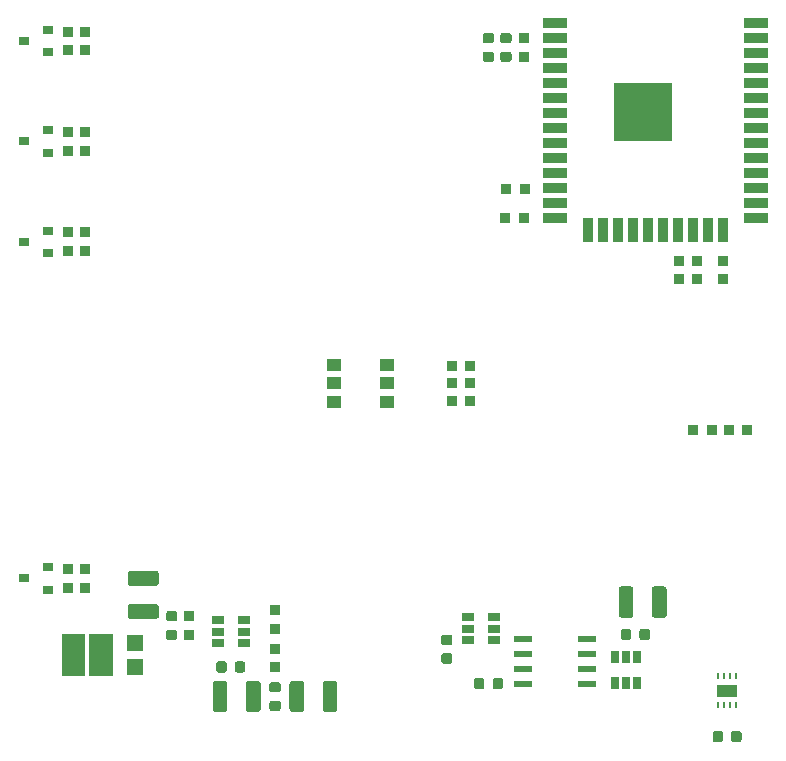
<source format=gbr>
G04 #@! TF.GenerationSoftware,KiCad,Pcbnew,5.0.2-bee76a0~70~ubuntu18.04.1*
G04 #@! TF.CreationDate,2019-07-19T10:36:36+02:00*
G04 #@! TF.ProjectId,SmartHydroponics,536d6172-7448-4796-9472-6f706f6e6963,rev?*
G04 #@! TF.SameCoordinates,Original*
G04 #@! TF.FileFunction,Paste,Top*
G04 #@! TF.FilePolarity,Positive*
%FSLAX46Y46*%
G04 Gerber Fmt 4.6, Leading zero omitted, Abs format (unit mm)*
G04 Created by KiCad (PCBNEW 5.0.2-bee76a0~70~ubuntu18.04.1) date Fri 19 Jul 2019 10:36:36 CEST*
%MOMM*%
%LPD*%
G01*
G04 APERTURE LIST*
%ADD10C,0.100000*%
%ADD11R,5.000000X5.000000*%
%ADD12R,2.000000X0.900000*%
%ADD13R,0.900000X2.000000*%
%ADD14R,0.875000X0.950000*%
%ADD15C,0.875000*%
%ADD16C,1.250000*%
%ADD17R,1.550000X0.600000*%
%ADD18R,1.060000X0.650000*%
%ADD19R,0.650000X1.060000*%
%ADD20R,1.450000X1.450000*%
%ADD21R,0.950000X0.875000*%
%ADD22R,1.200000X1.000000*%
%ADD23R,0.900000X0.800000*%
%ADD24R,0.250000X0.600000*%
%ADD25R,1.700000X1.000000*%
G04 APERTURE END LIST*
D10*
G04 #@! TO.C,D1*
G36*
X199000000Y-131200000D02*
X197000000Y-131200000D01*
X197000000Y-134800000D01*
X199000000Y-134800000D01*
X199000000Y-131200000D01*
G37*
G36*
X196700000Y-131200000D02*
X194700000Y-131200000D01*
X194700000Y-134800000D01*
X196700000Y-134800000D01*
X196700000Y-131200000D01*
G37*
G04 #@! TD*
D11*
G04 #@! TO.C,U1*
X243930000Y-86980000D03*
D12*
X253445000Y-79495000D03*
X253445000Y-80765000D03*
X253445000Y-82035000D03*
X253445000Y-83305000D03*
X253445000Y-84575000D03*
X253445000Y-85845000D03*
X253445000Y-87115000D03*
X253445000Y-88385000D03*
X253445000Y-89655000D03*
X253445000Y-90925000D03*
X253445000Y-92195000D03*
X253445000Y-93465000D03*
X253445000Y-94735000D03*
X253445000Y-96005000D03*
D13*
X250660000Y-97005000D03*
X249390000Y-97005000D03*
X248120000Y-97005000D03*
X246850000Y-97005000D03*
X245580000Y-97005000D03*
X244310000Y-97005000D03*
X243040000Y-97005000D03*
X241770000Y-97005000D03*
X240500000Y-97005000D03*
X239230000Y-97005000D03*
D12*
X236445000Y-96005000D03*
X236445000Y-94735000D03*
X236445000Y-93465000D03*
X236445000Y-92195000D03*
X236445000Y-90925000D03*
X236445000Y-89655000D03*
X236445000Y-88385000D03*
X236445000Y-87115000D03*
X236445000Y-85845000D03*
X236445000Y-84575000D03*
X236445000Y-83305000D03*
X236445000Y-82035000D03*
X236445000Y-80765000D03*
X236445000Y-79495000D03*
G04 #@! TD*
D14*
G04 #@! TO.C,R1*
X233887500Y-93500000D03*
X232312500Y-93500000D03*
G04 #@! TD*
D10*
G04 #@! TO.C,C71*
G36*
X227577691Y-132851053D02*
X227598926Y-132854203D01*
X227619750Y-132859419D01*
X227639962Y-132866651D01*
X227659368Y-132875830D01*
X227677781Y-132886866D01*
X227695024Y-132899654D01*
X227710930Y-132914070D01*
X227725346Y-132929976D01*
X227738134Y-132947219D01*
X227749170Y-132965632D01*
X227758349Y-132985038D01*
X227765581Y-133005250D01*
X227770797Y-133026074D01*
X227773947Y-133047309D01*
X227775000Y-133068750D01*
X227775000Y-133506250D01*
X227773947Y-133527691D01*
X227770797Y-133548926D01*
X227765581Y-133569750D01*
X227758349Y-133589962D01*
X227749170Y-133609368D01*
X227738134Y-133627781D01*
X227725346Y-133645024D01*
X227710930Y-133660930D01*
X227695024Y-133675346D01*
X227677781Y-133688134D01*
X227659368Y-133699170D01*
X227639962Y-133708349D01*
X227619750Y-133715581D01*
X227598926Y-133720797D01*
X227577691Y-133723947D01*
X227556250Y-133725000D01*
X227043750Y-133725000D01*
X227022309Y-133723947D01*
X227001074Y-133720797D01*
X226980250Y-133715581D01*
X226960038Y-133708349D01*
X226940632Y-133699170D01*
X226922219Y-133688134D01*
X226904976Y-133675346D01*
X226889070Y-133660930D01*
X226874654Y-133645024D01*
X226861866Y-133627781D01*
X226850830Y-133609368D01*
X226841651Y-133589962D01*
X226834419Y-133569750D01*
X226829203Y-133548926D01*
X226826053Y-133527691D01*
X226825000Y-133506250D01*
X226825000Y-133068750D01*
X226826053Y-133047309D01*
X226829203Y-133026074D01*
X226834419Y-133005250D01*
X226841651Y-132985038D01*
X226850830Y-132965632D01*
X226861866Y-132947219D01*
X226874654Y-132929976D01*
X226889070Y-132914070D01*
X226904976Y-132899654D01*
X226922219Y-132886866D01*
X226940632Y-132875830D01*
X226960038Y-132866651D01*
X226980250Y-132859419D01*
X227001074Y-132854203D01*
X227022309Y-132851053D01*
X227043750Y-132850000D01*
X227556250Y-132850000D01*
X227577691Y-132851053D01*
X227577691Y-132851053D01*
G37*
D15*
X227300000Y-133287500D03*
D10*
G36*
X227577691Y-131276053D02*
X227598926Y-131279203D01*
X227619750Y-131284419D01*
X227639962Y-131291651D01*
X227659368Y-131300830D01*
X227677781Y-131311866D01*
X227695024Y-131324654D01*
X227710930Y-131339070D01*
X227725346Y-131354976D01*
X227738134Y-131372219D01*
X227749170Y-131390632D01*
X227758349Y-131410038D01*
X227765581Y-131430250D01*
X227770797Y-131451074D01*
X227773947Y-131472309D01*
X227775000Y-131493750D01*
X227775000Y-131931250D01*
X227773947Y-131952691D01*
X227770797Y-131973926D01*
X227765581Y-131994750D01*
X227758349Y-132014962D01*
X227749170Y-132034368D01*
X227738134Y-132052781D01*
X227725346Y-132070024D01*
X227710930Y-132085930D01*
X227695024Y-132100346D01*
X227677781Y-132113134D01*
X227659368Y-132124170D01*
X227639962Y-132133349D01*
X227619750Y-132140581D01*
X227598926Y-132145797D01*
X227577691Y-132148947D01*
X227556250Y-132150000D01*
X227043750Y-132150000D01*
X227022309Y-132148947D01*
X227001074Y-132145797D01*
X226980250Y-132140581D01*
X226960038Y-132133349D01*
X226940632Y-132124170D01*
X226922219Y-132113134D01*
X226904976Y-132100346D01*
X226889070Y-132085930D01*
X226874654Y-132070024D01*
X226861866Y-132052781D01*
X226850830Y-132034368D01*
X226841651Y-132014962D01*
X226834419Y-131994750D01*
X226829203Y-131973926D01*
X226826053Y-131952691D01*
X226825000Y-131931250D01*
X226825000Y-131493750D01*
X226826053Y-131472309D01*
X226829203Y-131451074D01*
X226834419Y-131430250D01*
X226841651Y-131410038D01*
X226850830Y-131390632D01*
X226861866Y-131372219D01*
X226874654Y-131354976D01*
X226889070Y-131339070D01*
X226904976Y-131324654D01*
X226922219Y-131311866D01*
X226940632Y-131300830D01*
X226960038Y-131291651D01*
X226980250Y-131284419D01*
X227001074Y-131279203D01*
X227022309Y-131276053D01*
X227043750Y-131275000D01*
X227556250Y-131275000D01*
X227577691Y-131276053D01*
X227577691Y-131276053D01*
G37*
D15*
X227300000Y-131712500D03*
G04 #@! TD*
D10*
G04 #@! TO.C,C62*
G36*
X242702691Y-130776053D02*
X242723926Y-130779203D01*
X242744750Y-130784419D01*
X242764962Y-130791651D01*
X242784368Y-130800830D01*
X242802781Y-130811866D01*
X242820024Y-130824654D01*
X242835930Y-130839070D01*
X242850346Y-130854976D01*
X242863134Y-130872219D01*
X242874170Y-130890632D01*
X242883349Y-130910038D01*
X242890581Y-130930250D01*
X242895797Y-130951074D01*
X242898947Y-130972309D01*
X242900000Y-130993750D01*
X242900000Y-131506250D01*
X242898947Y-131527691D01*
X242895797Y-131548926D01*
X242890581Y-131569750D01*
X242883349Y-131589962D01*
X242874170Y-131609368D01*
X242863134Y-131627781D01*
X242850346Y-131645024D01*
X242835930Y-131660930D01*
X242820024Y-131675346D01*
X242802781Y-131688134D01*
X242784368Y-131699170D01*
X242764962Y-131708349D01*
X242744750Y-131715581D01*
X242723926Y-131720797D01*
X242702691Y-131723947D01*
X242681250Y-131725000D01*
X242243750Y-131725000D01*
X242222309Y-131723947D01*
X242201074Y-131720797D01*
X242180250Y-131715581D01*
X242160038Y-131708349D01*
X242140632Y-131699170D01*
X242122219Y-131688134D01*
X242104976Y-131675346D01*
X242089070Y-131660930D01*
X242074654Y-131645024D01*
X242061866Y-131627781D01*
X242050830Y-131609368D01*
X242041651Y-131589962D01*
X242034419Y-131569750D01*
X242029203Y-131548926D01*
X242026053Y-131527691D01*
X242025000Y-131506250D01*
X242025000Y-130993750D01*
X242026053Y-130972309D01*
X242029203Y-130951074D01*
X242034419Y-130930250D01*
X242041651Y-130910038D01*
X242050830Y-130890632D01*
X242061866Y-130872219D01*
X242074654Y-130854976D01*
X242089070Y-130839070D01*
X242104976Y-130824654D01*
X242122219Y-130811866D01*
X242140632Y-130800830D01*
X242160038Y-130791651D01*
X242180250Y-130784419D01*
X242201074Y-130779203D01*
X242222309Y-130776053D01*
X242243750Y-130775000D01*
X242681250Y-130775000D01*
X242702691Y-130776053D01*
X242702691Y-130776053D01*
G37*
D15*
X242462500Y-131250000D03*
D10*
G36*
X244277691Y-130776053D02*
X244298926Y-130779203D01*
X244319750Y-130784419D01*
X244339962Y-130791651D01*
X244359368Y-130800830D01*
X244377781Y-130811866D01*
X244395024Y-130824654D01*
X244410930Y-130839070D01*
X244425346Y-130854976D01*
X244438134Y-130872219D01*
X244449170Y-130890632D01*
X244458349Y-130910038D01*
X244465581Y-130930250D01*
X244470797Y-130951074D01*
X244473947Y-130972309D01*
X244475000Y-130993750D01*
X244475000Y-131506250D01*
X244473947Y-131527691D01*
X244470797Y-131548926D01*
X244465581Y-131569750D01*
X244458349Y-131589962D01*
X244449170Y-131609368D01*
X244438134Y-131627781D01*
X244425346Y-131645024D01*
X244410930Y-131660930D01*
X244395024Y-131675346D01*
X244377781Y-131688134D01*
X244359368Y-131699170D01*
X244339962Y-131708349D01*
X244319750Y-131715581D01*
X244298926Y-131720797D01*
X244277691Y-131723947D01*
X244256250Y-131725000D01*
X243818750Y-131725000D01*
X243797309Y-131723947D01*
X243776074Y-131720797D01*
X243755250Y-131715581D01*
X243735038Y-131708349D01*
X243715632Y-131699170D01*
X243697219Y-131688134D01*
X243679976Y-131675346D01*
X243664070Y-131660930D01*
X243649654Y-131645024D01*
X243636866Y-131627781D01*
X243625830Y-131609368D01*
X243616651Y-131589962D01*
X243609419Y-131569750D01*
X243604203Y-131548926D01*
X243601053Y-131527691D01*
X243600000Y-131506250D01*
X243600000Y-130993750D01*
X243601053Y-130972309D01*
X243604203Y-130951074D01*
X243609419Y-130930250D01*
X243616651Y-130910038D01*
X243625830Y-130890632D01*
X243636866Y-130872219D01*
X243649654Y-130854976D01*
X243664070Y-130839070D01*
X243679976Y-130824654D01*
X243697219Y-130811866D01*
X243715632Y-130800830D01*
X243735038Y-130791651D01*
X243755250Y-130784419D01*
X243776074Y-130779203D01*
X243797309Y-130776053D01*
X243818750Y-130775000D01*
X244256250Y-130775000D01*
X244277691Y-130776053D01*
X244277691Y-130776053D01*
G37*
D15*
X244037500Y-131250000D03*
G04 #@! TD*
D10*
G04 #@! TO.C,C51*
G36*
X230277691Y-134951053D02*
X230298926Y-134954203D01*
X230319750Y-134959419D01*
X230339962Y-134966651D01*
X230359368Y-134975830D01*
X230377781Y-134986866D01*
X230395024Y-134999654D01*
X230410930Y-135014070D01*
X230425346Y-135029976D01*
X230438134Y-135047219D01*
X230449170Y-135065632D01*
X230458349Y-135085038D01*
X230465581Y-135105250D01*
X230470797Y-135126074D01*
X230473947Y-135147309D01*
X230475000Y-135168750D01*
X230475000Y-135681250D01*
X230473947Y-135702691D01*
X230470797Y-135723926D01*
X230465581Y-135744750D01*
X230458349Y-135764962D01*
X230449170Y-135784368D01*
X230438134Y-135802781D01*
X230425346Y-135820024D01*
X230410930Y-135835930D01*
X230395024Y-135850346D01*
X230377781Y-135863134D01*
X230359368Y-135874170D01*
X230339962Y-135883349D01*
X230319750Y-135890581D01*
X230298926Y-135895797D01*
X230277691Y-135898947D01*
X230256250Y-135900000D01*
X229818750Y-135900000D01*
X229797309Y-135898947D01*
X229776074Y-135895797D01*
X229755250Y-135890581D01*
X229735038Y-135883349D01*
X229715632Y-135874170D01*
X229697219Y-135863134D01*
X229679976Y-135850346D01*
X229664070Y-135835930D01*
X229649654Y-135820024D01*
X229636866Y-135802781D01*
X229625830Y-135784368D01*
X229616651Y-135764962D01*
X229609419Y-135744750D01*
X229604203Y-135723926D01*
X229601053Y-135702691D01*
X229600000Y-135681250D01*
X229600000Y-135168750D01*
X229601053Y-135147309D01*
X229604203Y-135126074D01*
X229609419Y-135105250D01*
X229616651Y-135085038D01*
X229625830Y-135065632D01*
X229636866Y-135047219D01*
X229649654Y-135029976D01*
X229664070Y-135014070D01*
X229679976Y-134999654D01*
X229697219Y-134986866D01*
X229715632Y-134975830D01*
X229735038Y-134966651D01*
X229755250Y-134959419D01*
X229776074Y-134954203D01*
X229797309Y-134951053D01*
X229818750Y-134950000D01*
X230256250Y-134950000D01*
X230277691Y-134951053D01*
X230277691Y-134951053D01*
G37*
D15*
X230037500Y-135425000D03*
D10*
G36*
X231852691Y-134951053D02*
X231873926Y-134954203D01*
X231894750Y-134959419D01*
X231914962Y-134966651D01*
X231934368Y-134975830D01*
X231952781Y-134986866D01*
X231970024Y-134999654D01*
X231985930Y-135014070D01*
X232000346Y-135029976D01*
X232013134Y-135047219D01*
X232024170Y-135065632D01*
X232033349Y-135085038D01*
X232040581Y-135105250D01*
X232045797Y-135126074D01*
X232048947Y-135147309D01*
X232050000Y-135168750D01*
X232050000Y-135681250D01*
X232048947Y-135702691D01*
X232045797Y-135723926D01*
X232040581Y-135744750D01*
X232033349Y-135764962D01*
X232024170Y-135784368D01*
X232013134Y-135802781D01*
X232000346Y-135820024D01*
X231985930Y-135835930D01*
X231970024Y-135850346D01*
X231952781Y-135863134D01*
X231934368Y-135874170D01*
X231914962Y-135883349D01*
X231894750Y-135890581D01*
X231873926Y-135895797D01*
X231852691Y-135898947D01*
X231831250Y-135900000D01*
X231393750Y-135900000D01*
X231372309Y-135898947D01*
X231351074Y-135895797D01*
X231330250Y-135890581D01*
X231310038Y-135883349D01*
X231290632Y-135874170D01*
X231272219Y-135863134D01*
X231254976Y-135850346D01*
X231239070Y-135835930D01*
X231224654Y-135820024D01*
X231211866Y-135802781D01*
X231200830Y-135784368D01*
X231191651Y-135764962D01*
X231184419Y-135744750D01*
X231179203Y-135723926D01*
X231176053Y-135702691D01*
X231175000Y-135681250D01*
X231175000Y-135168750D01*
X231176053Y-135147309D01*
X231179203Y-135126074D01*
X231184419Y-135105250D01*
X231191651Y-135085038D01*
X231200830Y-135065632D01*
X231211866Y-135047219D01*
X231224654Y-135029976D01*
X231239070Y-135014070D01*
X231254976Y-134999654D01*
X231272219Y-134986866D01*
X231290632Y-134975830D01*
X231310038Y-134966651D01*
X231330250Y-134959419D01*
X231351074Y-134954203D01*
X231372309Y-134951053D01*
X231393750Y-134950000D01*
X231831250Y-134950000D01*
X231852691Y-134951053D01*
X231852691Y-134951053D01*
G37*
D15*
X231612500Y-135425000D03*
G04 #@! TD*
D10*
G04 #@! TO.C,C61*
G36*
X242874504Y-127176204D02*
X242898773Y-127179804D01*
X242922571Y-127185765D01*
X242945671Y-127194030D01*
X242967849Y-127204520D01*
X242988893Y-127217133D01*
X243008598Y-127231747D01*
X243026777Y-127248223D01*
X243043253Y-127266402D01*
X243057867Y-127286107D01*
X243070480Y-127307151D01*
X243080970Y-127329329D01*
X243089235Y-127352429D01*
X243095196Y-127376227D01*
X243098796Y-127400496D01*
X243100000Y-127425000D01*
X243100000Y-129575000D01*
X243098796Y-129599504D01*
X243095196Y-129623773D01*
X243089235Y-129647571D01*
X243080970Y-129670671D01*
X243070480Y-129692849D01*
X243057867Y-129713893D01*
X243043253Y-129733598D01*
X243026777Y-129751777D01*
X243008598Y-129768253D01*
X242988893Y-129782867D01*
X242967849Y-129795480D01*
X242945671Y-129805970D01*
X242922571Y-129814235D01*
X242898773Y-129820196D01*
X242874504Y-129823796D01*
X242850000Y-129825000D01*
X242100000Y-129825000D01*
X242075496Y-129823796D01*
X242051227Y-129820196D01*
X242027429Y-129814235D01*
X242004329Y-129805970D01*
X241982151Y-129795480D01*
X241961107Y-129782867D01*
X241941402Y-129768253D01*
X241923223Y-129751777D01*
X241906747Y-129733598D01*
X241892133Y-129713893D01*
X241879520Y-129692849D01*
X241869030Y-129670671D01*
X241860765Y-129647571D01*
X241854804Y-129623773D01*
X241851204Y-129599504D01*
X241850000Y-129575000D01*
X241850000Y-127425000D01*
X241851204Y-127400496D01*
X241854804Y-127376227D01*
X241860765Y-127352429D01*
X241869030Y-127329329D01*
X241879520Y-127307151D01*
X241892133Y-127286107D01*
X241906747Y-127266402D01*
X241923223Y-127248223D01*
X241941402Y-127231747D01*
X241961107Y-127217133D01*
X241982151Y-127204520D01*
X242004329Y-127194030D01*
X242027429Y-127185765D01*
X242051227Y-127179804D01*
X242075496Y-127176204D01*
X242100000Y-127175000D01*
X242850000Y-127175000D01*
X242874504Y-127176204D01*
X242874504Y-127176204D01*
G37*
D16*
X242475000Y-128500000D03*
D10*
G36*
X245674504Y-127176204D02*
X245698773Y-127179804D01*
X245722571Y-127185765D01*
X245745671Y-127194030D01*
X245767849Y-127204520D01*
X245788893Y-127217133D01*
X245808598Y-127231747D01*
X245826777Y-127248223D01*
X245843253Y-127266402D01*
X245857867Y-127286107D01*
X245870480Y-127307151D01*
X245880970Y-127329329D01*
X245889235Y-127352429D01*
X245895196Y-127376227D01*
X245898796Y-127400496D01*
X245900000Y-127425000D01*
X245900000Y-129575000D01*
X245898796Y-129599504D01*
X245895196Y-129623773D01*
X245889235Y-129647571D01*
X245880970Y-129670671D01*
X245870480Y-129692849D01*
X245857867Y-129713893D01*
X245843253Y-129733598D01*
X245826777Y-129751777D01*
X245808598Y-129768253D01*
X245788893Y-129782867D01*
X245767849Y-129795480D01*
X245745671Y-129805970D01*
X245722571Y-129814235D01*
X245698773Y-129820196D01*
X245674504Y-129823796D01*
X245650000Y-129825000D01*
X244900000Y-129825000D01*
X244875496Y-129823796D01*
X244851227Y-129820196D01*
X244827429Y-129814235D01*
X244804329Y-129805970D01*
X244782151Y-129795480D01*
X244761107Y-129782867D01*
X244741402Y-129768253D01*
X244723223Y-129751777D01*
X244706747Y-129733598D01*
X244692133Y-129713893D01*
X244679520Y-129692849D01*
X244669030Y-129670671D01*
X244660765Y-129647571D01*
X244654804Y-129623773D01*
X244651204Y-129599504D01*
X244650000Y-129575000D01*
X244650000Y-127425000D01*
X244651204Y-127400496D01*
X244654804Y-127376227D01*
X244660765Y-127352429D01*
X244669030Y-127329329D01*
X244679520Y-127307151D01*
X244692133Y-127286107D01*
X244706747Y-127266402D01*
X244723223Y-127248223D01*
X244741402Y-127231747D01*
X244761107Y-127217133D01*
X244782151Y-127204520D01*
X244804329Y-127194030D01*
X244827429Y-127185765D01*
X244851227Y-127179804D01*
X244875496Y-127176204D01*
X244900000Y-127175000D01*
X245650000Y-127175000D01*
X245674504Y-127176204D01*
X245674504Y-127176204D01*
G37*
D16*
X245275000Y-128500000D03*
G04 #@! TD*
D17*
G04 #@! TO.C,U5*
X239150000Y-135405000D03*
X239150000Y-134135000D03*
X239150000Y-132865000D03*
X239150000Y-131595000D03*
X233750000Y-131595000D03*
X233750000Y-132865000D03*
X233750000Y-134135000D03*
X233750000Y-135405000D03*
G04 #@! TD*
D18*
G04 #@! TO.C,U7*
X229100000Y-130750000D03*
X229100000Y-131700000D03*
X229100000Y-129800000D03*
X231300000Y-129800000D03*
X231300000Y-130750000D03*
X231300000Y-131700000D03*
G04 #@! TD*
D19*
G04 #@! TO.C,U6*
X241500000Y-135350000D03*
X242450000Y-135350000D03*
X243400000Y-135350000D03*
X243400000Y-133150000D03*
X241500000Y-133150000D03*
X242450000Y-133150000D03*
G04 #@! TD*
D10*
G04 #@! TO.C,C31*
G36*
X202699504Y-125876204D02*
X202723773Y-125879804D01*
X202747571Y-125885765D01*
X202770671Y-125894030D01*
X202792849Y-125904520D01*
X202813893Y-125917133D01*
X202833598Y-125931747D01*
X202851777Y-125948223D01*
X202868253Y-125966402D01*
X202882867Y-125986107D01*
X202895480Y-126007151D01*
X202905970Y-126029329D01*
X202914235Y-126052429D01*
X202920196Y-126076227D01*
X202923796Y-126100496D01*
X202925000Y-126125000D01*
X202925000Y-126875000D01*
X202923796Y-126899504D01*
X202920196Y-126923773D01*
X202914235Y-126947571D01*
X202905970Y-126970671D01*
X202895480Y-126992849D01*
X202882867Y-127013893D01*
X202868253Y-127033598D01*
X202851777Y-127051777D01*
X202833598Y-127068253D01*
X202813893Y-127082867D01*
X202792849Y-127095480D01*
X202770671Y-127105970D01*
X202747571Y-127114235D01*
X202723773Y-127120196D01*
X202699504Y-127123796D01*
X202675000Y-127125000D01*
X200525000Y-127125000D01*
X200500496Y-127123796D01*
X200476227Y-127120196D01*
X200452429Y-127114235D01*
X200429329Y-127105970D01*
X200407151Y-127095480D01*
X200386107Y-127082867D01*
X200366402Y-127068253D01*
X200348223Y-127051777D01*
X200331747Y-127033598D01*
X200317133Y-127013893D01*
X200304520Y-126992849D01*
X200294030Y-126970671D01*
X200285765Y-126947571D01*
X200279804Y-126923773D01*
X200276204Y-126899504D01*
X200275000Y-126875000D01*
X200275000Y-126125000D01*
X200276204Y-126100496D01*
X200279804Y-126076227D01*
X200285765Y-126052429D01*
X200294030Y-126029329D01*
X200304520Y-126007151D01*
X200317133Y-125986107D01*
X200331747Y-125966402D01*
X200348223Y-125948223D01*
X200366402Y-125931747D01*
X200386107Y-125917133D01*
X200407151Y-125904520D01*
X200429329Y-125894030D01*
X200452429Y-125885765D01*
X200476227Y-125879804D01*
X200500496Y-125876204D01*
X200525000Y-125875000D01*
X202675000Y-125875000D01*
X202699504Y-125876204D01*
X202699504Y-125876204D01*
G37*
D16*
X201600000Y-126500000D03*
D10*
G36*
X202699504Y-128676204D02*
X202723773Y-128679804D01*
X202747571Y-128685765D01*
X202770671Y-128694030D01*
X202792849Y-128704520D01*
X202813893Y-128717133D01*
X202833598Y-128731747D01*
X202851777Y-128748223D01*
X202868253Y-128766402D01*
X202882867Y-128786107D01*
X202895480Y-128807151D01*
X202905970Y-128829329D01*
X202914235Y-128852429D01*
X202920196Y-128876227D01*
X202923796Y-128900496D01*
X202925000Y-128925000D01*
X202925000Y-129675000D01*
X202923796Y-129699504D01*
X202920196Y-129723773D01*
X202914235Y-129747571D01*
X202905970Y-129770671D01*
X202895480Y-129792849D01*
X202882867Y-129813893D01*
X202868253Y-129833598D01*
X202851777Y-129851777D01*
X202833598Y-129868253D01*
X202813893Y-129882867D01*
X202792849Y-129895480D01*
X202770671Y-129905970D01*
X202747571Y-129914235D01*
X202723773Y-129920196D01*
X202699504Y-129923796D01*
X202675000Y-129925000D01*
X200525000Y-129925000D01*
X200500496Y-129923796D01*
X200476227Y-129920196D01*
X200452429Y-129914235D01*
X200429329Y-129905970D01*
X200407151Y-129895480D01*
X200386107Y-129882867D01*
X200366402Y-129868253D01*
X200348223Y-129851777D01*
X200331747Y-129833598D01*
X200317133Y-129813893D01*
X200304520Y-129792849D01*
X200294030Y-129770671D01*
X200285765Y-129747571D01*
X200279804Y-129723773D01*
X200276204Y-129699504D01*
X200275000Y-129675000D01*
X200275000Y-128925000D01*
X200276204Y-128900496D01*
X200279804Y-128876227D01*
X200285765Y-128852429D01*
X200294030Y-128829329D01*
X200304520Y-128807151D01*
X200317133Y-128786107D01*
X200331747Y-128766402D01*
X200348223Y-128748223D01*
X200366402Y-128731747D01*
X200386107Y-128717133D01*
X200407151Y-128704520D01*
X200429329Y-128694030D01*
X200452429Y-128685765D01*
X200476227Y-128679804D01*
X200500496Y-128676204D01*
X200525000Y-128675000D01*
X202675000Y-128675000D01*
X202699504Y-128676204D01*
X202699504Y-128676204D01*
G37*
D16*
X201600000Y-129300000D03*
G04 #@! TD*
D20*
G04 #@! TO.C,D1*
X200900000Y-134000000D03*
X200900000Y-132000000D03*
G04 #@! TD*
D21*
G04 #@! TO.C,R7*
X196700000Y-81787500D03*
X196700000Y-80212500D03*
G04 #@! TD*
G04 #@! TO.C,R25*
X195200000Y-97212500D03*
X195200000Y-98787500D03*
G04 #@! TD*
G04 #@! TO.C,R24*
X195200000Y-90287500D03*
X195200000Y-88712500D03*
G04 #@! TD*
G04 #@! TO.C,R23*
X195200000Y-80212500D03*
X195200000Y-81787500D03*
G04 #@! TD*
G04 #@! TO.C,R19*
X195200000Y-125712500D03*
X195200000Y-127287500D03*
G04 #@! TD*
D22*
G04 #@! TO.C,LD1*
X217750000Y-108400000D03*
X222250000Y-108400000D03*
X217750000Y-110000000D03*
X222250000Y-110000000D03*
X217750000Y-111600000D03*
X222250000Y-111600000D03*
G04 #@! TD*
D14*
G04 #@! TO.C,R113*
X227712500Y-111500000D03*
X229287500Y-111500000D03*
G04 #@! TD*
G04 #@! TO.C,R111*
X229287500Y-108500000D03*
X227712500Y-108500000D03*
G04 #@! TD*
G04 #@! TO.C,R112*
X227712500Y-110000000D03*
X229287500Y-110000000D03*
G04 #@! TD*
D21*
G04 #@! TO.C,R13*
X233800000Y-82337500D03*
X233800000Y-80762500D03*
G04 #@! TD*
G04 #@! TO.C,R17*
X246950000Y-99612500D03*
X246950000Y-101187500D03*
G04 #@! TD*
G04 #@! TO.C,R15*
X248450000Y-99612500D03*
X248450000Y-101187500D03*
G04 #@! TD*
D14*
G04 #@! TO.C,R14*
X233837500Y-96000000D03*
X232262500Y-96000000D03*
G04 #@! TD*
D21*
G04 #@! TO.C,R16*
X250675000Y-101187500D03*
X250675000Y-99612500D03*
G04 #@! TD*
D14*
G04 #@! TO.C,R11*
X252737500Y-113900000D03*
X251162500Y-113900000D03*
G04 #@! TD*
G04 #@! TO.C,R12*
X249737500Y-113900000D03*
X248162500Y-113900000D03*
G04 #@! TD*
D10*
G04 #@! TO.C,C33*
G36*
X214999504Y-135176204D02*
X215023773Y-135179804D01*
X215047571Y-135185765D01*
X215070671Y-135194030D01*
X215092849Y-135204520D01*
X215113893Y-135217133D01*
X215133598Y-135231747D01*
X215151777Y-135248223D01*
X215168253Y-135266402D01*
X215182867Y-135286107D01*
X215195480Y-135307151D01*
X215205970Y-135329329D01*
X215214235Y-135352429D01*
X215220196Y-135376227D01*
X215223796Y-135400496D01*
X215225000Y-135425000D01*
X215225000Y-137575000D01*
X215223796Y-137599504D01*
X215220196Y-137623773D01*
X215214235Y-137647571D01*
X215205970Y-137670671D01*
X215195480Y-137692849D01*
X215182867Y-137713893D01*
X215168253Y-137733598D01*
X215151777Y-137751777D01*
X215133598Y-137768253D01*
X215113893Y-137782867D01*
X215092849Y-137795480D01*
X215070671Y-137805970D01*
X215047571Y-137814235D01*
X215023773Y-137820196D01*
X214999504Y-137823796D01*
X214975000Y-137825000D01*
X214225000Y-137825000D01*
X214200496Y-137823796D01*
X214176227Y-137820196D01*
X214152429Y-137814235D01*
X214129329Y-137805970D01*
X214107151Y-137795480D01*
X214086107Y-137782867D01*
X214066402Y-137768253D01*
X214048223Y-137751777D01*
X214031747Y-137733598D01*
X214017133Y-137713893D01*
X214004520Y-137692849D01*
X213994030Y-137670671D01*
X213985765Y-137647571D01*
X213979804Y-137623773D01*
X213976204Y-137599504D01*
X213975000Y-137575000D01*
X213975000Y-135425000D01*
X213976204Y-135400496D01*
X213979804Y-135376227D01*
X213985765Y-135352429D01*
X213994030Y-135329329D01*
X214004520Y-135307151D01*
X214017133Y-135286107D01*
X214031747Y-135266402D01*
X214048223Y-135248223D01*
X214066402Y-135231747D01*
X214086107Y-135217133D01*
X214107151Y-135204520D01*
X214129329Y-135194030D01*
X214152429Y-135185765D01*
X214176227Y-135179804D01*
X214200496Y-135176204D01*
X214225000Y-135175000D01*
X214975000Y-135175000D01*
X214999504Y-135176204D01*
X214999504Y-135176204D01*
G37*
D16*
X214600000Y-136500000D03*
D10*
G36*
X217799504Y-135176204D02*
X217823773Y-135179804D01*
X217847571Y-135185765D01*
X217870671Y-135194030D01*
X217892849Y-135204520D01*
X217913893Y-135217133D01*
X217933598Y-135231747D01*
X217951777Y-135248223D01*
X217968253Y-135266402D01*
X217982867Y-135286107D01*
X217995480Y-135307151D01*
X218005970Y-135329329D01*
X218014235Y-135352429D01*
X218020196Y-135376227D01*
X218023796Y-135400496D01*
X218025000Y-135425000D01*
X218025000Y-137575000D01*
X218023796Y-137599504D01*
X218020196Y-137623773D01*
X218014235Y-137647571D01*
X218005970Y-137670671D01*
X217995480Y-137692849D01*
X217982867Y-137713893D01*
X217968253Y-137733598D01*
X217951777Y-137751777D01*
X217933598Y-137768253D01*
X217913893Y-137782867D01*
X217892849Y-137795480D01*
X217870671Y-137805970D01*
X217847571Y-137814235D01*
X217823773Y-137820196D01*
X217799504Y-137823796D01*
X217775000Y-137825000D01*
X217025000Y-137825000D01*
X217000496Y-137823796D01*
X216976227Y-137820196D01*
X216952429Y-137814235D01*
X216929329Y-137805970D01*
X216907151Y-137795480D01*
X216886107Y-137782867D01*
X216866402Y-137768253D01*
X216848223Y-137751777D01*
X216831747Y-137733598D01*
X216817133Y-137713893D01*
X216804520Y-137692849D01*
X216794030Y-137670671D01*
X216785765Y-137647571D01*
X216779804Y-137623773D01*
X216776204Y-137599504D01*
X216775000Y-137575000D01*
X216775000Y-135425000D01*
X216776204Y-135400496D01*
X216779804Y-135376227D01*
X216785765Y-135352429D01*
X216794030Y-135329329D01*
X216804520Y-135307151D01*
X216817133Y-135286107D01*
X216831747Y-135266402D01*
X216848223Y-135248223D01*
X216866402Y-135231747D01*
X216886107Y-135217133D01*
X216907151Y-135204520D01*
X216929329Y-135194030D01*
X216952429Y-135185765D01*
X216976227Y-135179804D01*
X217000496Y-135176204D01*
X217025000Y-135175000D01*
X217775000Y-135175000D01*
X217799504Y-135176204D01*
X217799504Y-135176204D01*
G37*
D16*
X217400000Y-136500000D03*
G04 #@! TD*
D10*
G04 #@! TO.C,C35*
G36*
X208452691Y-133526053D02*
X208473926Y-133529203D01*
X208494750Y-133534419D01*
X208514962Y-133541651D01*
X208534368Y-133550830D01*
X208552781Y-133561866D01*
X208570024Y-133574654D01*
X208585930Y-133589070D01*
X208600346Y-133604976D01*
X208613134Y-133622219D01*
X208624170Y-133640632D01*
X208633349Y-133660038D01*
X208640581Y-133680250D01*
X208645797Y-133701074D01*
X208648947Y-133722309D01*
X208650000Y-133743750D01*
X208650000Y-134256250D01*
X208648947Y-134277691D01*
X208645797Y-134298926D01*
X208640581Y-134319750D01*
X208633349Y-134339962D01*
X208624170Y-134359368D01*
X208613134Y-134377781D01*
X208600346Y-134395024D01*
X208585930Y-134410930D01*
X208570024Y-134425346D01*
X208552781Y-134438134D01*
X208534368Y-134449170D01*
X208514962Y-134458349D01*
X208494750Y-134465581D01*
X208473926Y-134470797D01*
X208452691Y-134473947D01*
X208431250Y-134475000D01*
X207993750Y-134475000D01*
X207972309Y-134473947D01*
X207951074Y-134470797D01*
X207930250Y-134465581D01*
X207910038Y-134458349D01*
X207890632Y-134449170D01*
X207872219Y-134438134D01*
X207854976Y-134425346D01*
X207839070Y-134410930D01*
X207824654Y-134395024D01*
X207811866Y-134377781D01*
X207800830Y-134359368D01*
X207791651Y-134339962D01*
X207784419Y-134319750D01*
X207779203Y-134298926D01*
X207776053Y-134277691D01*
X207775000Y-134256250D01*
X207775000Y-133743750D01*
X207776053Y-133722309D01*
X207779203Y-133701074D01*
X207784419Y-133680250D01*
X207791651Y-133660038D01*
X207800830Y-133640632D01*
X207811866Y-133622219D01*
X207824654Y-133604976D01*
X207839070Y-133589070D01*
X207854976Y-133574654D01*
X207872219Y-133561866D01*
X207890632Y-133550830D01*
X207910038Y-133541651D01*
X207930250Y-133534419D01*
X207951074Y-133529203D01*
X207972309Y-133526053D01*
X207993750Y-133525000D01*
X208431250Y-133525000D01*
X208452691Y-133526053D01*
X208452691Y-133526053D01*
G37*
D15*
X208212500Y-134000000D03*
D10*
G36*
X210027691Y-133526053D02*
X210048926Y-133529203D01*
X210069750Y-133534419D01*
X210089962Y-133541651D01*
X210109368Y-133550830D01*
X210127781Y-133561866D01*
X210145024Y-133574654D01*
X210160930Y-133589070D01*
X210175346Y-133604976D01*
X210188134Y-133622219D01*
X210199170Y-133640632D01*
X210208349Y-133660038D01*
X210215581Y-133680250D01*
X210220797Y-133701074D01*
X210223947Y-133722309D01*
X210225000Y-133743750D01*
X210225000Y-134256250D01*
X210223947Y-134277691D01*
X210220797Y-134298926D01*
X210215581Y-134319750D01*
X210208349Y-134339962D01*
X210199170Y-134359368D01*
X210188134Y-134377781D01*
X210175346Y-134395024D01*
X210160930Y-134410930D01*
X210145024Y-134425346D01*
X210127781Y-134438134D01*
X210109368Y-134449170D01*
X210089962Y-134458349D01*
X210069750Y-134465581D01*
X210048926Y-134470797D01*
X210027691Y-134473947D01*
X210006250Y-134475000D01*
X209568750Y-134475000D01*
X209547309Y-134473947D01*
X209526074Y-134470797D01*
X209505250Y-134465581D01*
X209485038Y-134458349D01*
X209465632Y-134449170D01*
X209447219Y-134438134D01*
X209429976Y-134425346D01*
X209414070Y-134410930D01*
X209399654Y-134395024D01*
X209386866Y-134377781D01*
X209375830Y-134359368D01*
X209366651Y-134339962D01*
X209359419Y-134319750D01*
X209354203Y-134298926D01*
X209351053Y-134277691D01*
X209350000Y-134256250D01*
X209350000Y-133743750D01*
X209351053Y-133722309D01*
X209354203Y-133701074D01*
X209359419Y-133680250D01*
X209366651Y-133660038D01*
X209375830Y-133640632D01*
X209386866Y-133622219D01*
X209399654Y-133604976D01*
X209414070Y-133589070D01*
X209429976Y-133574654D01*
X209447219Y-133561866D01*
X209465632Y-133550830D01*
X209485038Y-133541651D01*
X209505250Y-133534419D01*
X209526074Y-133529203D01*
X209547309Y-133526053D01*
X209568750Y-133525000D01*
X210006250Y-133525000D01*
X210027691Y-133526053D01*
X210027691Y-133526053D01*
G37*
D15*
X209787500Y-134000000D03*
G04 #@! TD*
D10*
G04 #@! TO.C,L31*
G36*
X208499504Y-135176204D02*
X208523773Y-135179804D01*
X208547571Y-135185765D01*
X208570671Y-135194030D01*
X208592849Y-135204520D01*
X208613893Y-135217133D01*
X208633598Y-135231747D01*
X208651777Y-135248223D01*
X208668253Y-135266402D01*
X208682867Y-135286107D01*
X208695480Y-135307151D01*
X208705970Y-135329329D01*
X208714235Y-135352429D01*
X208720196Y-135376227D01*
X208723796Y-135400496D01*
X208725000Y-135425000D01*
X208725000Y-137575000D01*
X208723796Y-137599504D01*
X208720196Y-137623773D01*
X208714235Y-137647571D01*
X208705970Y-137670671D01*
X208695480Y-137692849D01*
X208682867Y-137713893D01*
X208668253Y-137733598D01*
X208651777Y-137751777D01*
X208633598Y-137768253D01*
X208613893Y-137782867D01*
X208592849Y-137795480D01*
X208570671Y-137805970D01*
X208547571Y-137814235D01*
X208523773Y-137820196D01*
X208499504Y-137823796D01*
X208475000Y-137825000D01*
X207725000Y-137825000D01*
X207700496Y-137823796D01*
X207676227Y-137820196D01*
X207652429Y-137814235D01*
X207629329Y-137805970D01*
X207607151Y-137795480D01*
X207586107Y-137782867D01*
X207566402Y-137768253D01*
X207548223Y-137751777D01*
X207531747Y-137733598D01*
X207517133Y-137713893D01*
X207504520Y-137692849D01*
X207494030Y-137670671D01*
X207485765Y-137647571D01*
X207479804Y-137623773D01*
X207476204Y-137599504D01*
X207475000Y-137575000D01*
X207475000Y-135425000D01*
X207476204Y-135400496D01*
X207479804Y-135376227D01*
X207485765Y-135352429D01*
X207494030Y-135329329D01*
X207504520Y-135307151D01*
X207517133Y-135286107D01*
X207531747Y-135266402D01*
X207548223Y-135248223D01*
X207566402Y-135231747D01*
X207586107Y-135217133D01*
X207607151Y-135204520D01*
X207629329Y-135194030D01*
X207652429Y-135185765D01*
X207676227Y-135179804D01*
X207700496Y-135176204D01*
X207725000Y-135175000D01*
X208475000Y-135175000D01*
X208499504Y-135176204D01*
X208499504Y-135176204D01*
G37*
D16*
X208100000Y-136500000D03*
D10*
G36*
X211299504Y-135176204D02*
X211323773Y-135179804D01*
X211347571Y-135185765D01*
X211370671Y-135194030D01*
X211392849Y-135204520D01*
X211413893Y-135217133D01*
X211433598Y-135231747D01*
X211451777Y-135248223D01*
X211468253Y-135266402D01*
X211482867Y-135286107D01*
X211495480Y-135307151D01*
X211505970Y-135329329D01*
X211514235Y-135352429D01*
X211520196Y-135376227D01*
X211523796Y-135400496D01*
X211525000Y-135425000D01*
X211525000Y-137575000D01*
X211523796Y-137599504D01*
X211520196Y-137623773D01*
X211514235Y-137647571D01*
X211505970Y-137670671D01*
X211495480Y-137692849D01*
X211482867Y-137713893D01*
X211468253Y-137733598D01*
X211451777Y-137751777D01*
X211433598Y-137768253D01*
X211413893Y-137782867D01*
X211392849Y-137795480D01*
X211370671Y-137805970D01*
X211347571Y-137814235D01*
X211323773Y-137820196D01*
X211299504Y-137823796D01*
X211275000Y-137825000D01*
X210525000Y-137825000D01*
X210500496Y-137823796D01*
X210476227Y-137820196D01*
X210452429Y-137814235D01*
X210429329Y-137805970D01*
X210407151Y-137795480D01*
X210386107Y-137782867D01*
X210366402Y-137768253D01*
X210348223Y-137751777D01*
X210331747Y-137733598D01*
X210317133Y-137713893D01*
X210304520Y-137692849D01*
X210294030Y-137670671D01*
X210285765Y-137647571D01*
X210279804Y-137623773D01*
X210276204Y-137599504D01*
X210275000Y-137575000D01*
X210275000Y-135425000D01*
X210276204Y-135400496D01*
X210279804Y-135376227D01*
X210285765Y-135352429D01*
X210294030Y-135329329D01*
X210304520Y-135307151D01*
X210317133Y-135286107D01*
X210331747Y-135266402D01*
X210348223Y-135248223D01*
X210366402Y-135231747D01*
X210386107Y-135217133D01*
X210407151Y-135204520D01*
X210429329Y-135194030D01*
X210452429Y-135185765D01*
X210476227Y-135179804D01*
X210500496Y-135176204D01*
X210525000Y-135175000D01*
X211275000Y-135175000D01*
X211299504Y-135176204D01*
X211299504Y-135176204D01*
G37*
D16*
X210900000Y-136500000D03*
G04 #@! TD*
D21*
G04 #@! TO.C,R31*
X205500000Y-129712500D03*
X205500000Y-131287500D03*
G04 #@! TD*
G04 #@! TO.C,R32*
X212750000Y-134037500D03*
X212750000Y-132462500D03*
G04 #@! TD*
G04 #@! TO.C,R33*
X212750000Y-129212500D03*
X212750000Y-130787500D03*
G04 #@! TD*
D18*
G04 #@! TO.C,U3*
X210100000Y-131950000D03*
X210100000Y-131000000D03*
X210100000Y-130050000D03*
X207900000Y-130050000D03*
X207900000Y-131950000D03*
X207900000Y-131000000D03*
G04 #@! TD*
D10*
G04 #@! TO.C,C32*
G36*
X204277691Y-129276053D02*
X204298926Y-129279203D01*
X204319750Y-129284419D01*
X204339962Y-129291651D01*
X204359368Y-129300830D01*
X204377781Y-129311866D01*
X204395024Y-129324654D01*
X204410930Y-129339070D01*
X204425346Y-129354976D01*
X204438134Y-129372219D01*
X204449170Y-129390632D01*
X204458349Y-129410038D01*
X204465581Y-129430250D01*
X204470797Y-129451074D01*
X204473947Y-129472309D01*
X204475000Y-129493750D01*
X204475000Y-129931250D01*
X204473947Y-129952691D01*
X204470797Y-129973926D01*
X204465581Y-129994750D01*
X204458349Y-130014962D01*
X204449170Y-130034368D01*
X204438134Y-130052781D01*
X204425346Y-130070024D01*
X204410930Y-130085930D01*
X204395024Y-130100346D01*
X204377781Y-130113134D01*
X204359368Y-130124170D01*
X204339962Y-130133349D01*
X204319750Y-130140581D01*
X204298926Y-130145797D01*
X204277691Y-130148947D01*
X204256250Y-130150000D01*
X203743750Y-130150000D01*
X203722309Y-130148947D01*
X203701074Y-130145797D01*
X203680250Y-130140581D01*
X203660038Y-130133349D01*
X203640632Y-130124170D01*
X203622219Y-130113134D01*
X203604976Y-130100346D01*
X203589070Y-130085930D01*
X203574654Y-130070024D01*
X203561866Y-130052781D01*
X203550830Y-130034368D01*
X203541651Y-130014962D01*
X203534419Y-129994750D01*
X203529203Y-129973926D01*
X203526053Y-129952691D01*
X203525000Y-129931250D01*
X203525000Y-129493750D01*
X203526053Y-129472309D01*
X203529203Y-129451074D01*
X203534419Y-129430250D01*
X203541651Y-129410038D01*
X203550830Y-129390632D01*
X203561866Y-129372219D01*
X203574654Y-129354976D01*
X203589070Y-129339070D01*
X203604976Y-129324654D01*
X203622219Y-129311866D01*
X203640632Y-129300830D01*
X203660038Y-129291651D01*
X203680250Y-129284419D01*
X203701074Y-129279203D01*
X203722309Y-129276053D01*
X203743750Y-129275000D01*
X204256250Y-129275000D01*
X204277691Y-129276053D01*
X204277691Y-129276053D01*
G37*
D15*
X204000000Y-129712500D03*
D10*
G36*
X204277691Y-130851053D02*
X204298926Y-130854203D01*
X204319750Y-130859419D01*
X204339962Y-130866651D01*
X204359368Y-130875830D01*
X204377781Y-130886866D01*
X204395024Y-130899654D01*
X204410930Y-130914070D01*
X204425346Y-130929976D01*
X204438134Y-130947219D01*
X204449170Y-130965632D01*
X204458349Y-130985038D01*
X204465581Y-131005250D01*
X204470797Y-131026074D01*
X204473947Y-131047309D01*
X204475000Y-131068750D01*
X204475000Y-131506250D01*
X204473947Y-131527691D01*
X204470797Y-131548926D01*
X204465581Y-131569750D01*
X204458349Y-131589962D01*
X204449170Y-131609368D01*
X204438134Y-131627781D01*
X204425346Y-131645024D01*
X204410930Y-131660930D01*
X204395024Y-131675346D01*
X204377781Y-131688134D01*
X204359368Y-131699170D01*
X204339962Y-131708349D01*
X204319750Y-131715581D01*
X204298926Y-131720797D01*
X204277691Y-131723947D01*
X204256250Y-131725000D01*
X203743750Y-131725000D01*
X203722309Y-131723947D01*
X203701074Y-131720797D01*
X203680250Y-131715581D01*
X203660038Y-131708349D01*
X203640632Y-131699170D01*
X203622219Y-131688134D01*
X203604976Y-131675346D01*
X203589070Y-131660930D01*
X203574654Y-131645024D01*
X203561866Y-131627781D01*
X203550830Y-131609368D01*
X203541651Y-131589962D01*
X203534419Y-131569750D01*
X203529203Y-131548926D01*
X203526053Y-131527691D01*
X203525000Y-131506250D01*
X203525000Y-131068750D01*
X203526053Y-131047309D01*
X203529203Y-131026074D01*
X203534419Y-131005250D01*
X203541651Y-130985038D01*
X203550830Y-130965632D01*
X203561866Y-130947219D01*
X203574654Y-130929976D01*
X203589070Y-130914070D01*
X203604976Y-130899654D01*
X203622219Y-130886866D01*
X203640632Y-130875830D01*
X203660038Y-130866651D01*
X203680250Y-130859419D01*
X203701074Y-130854203D01*
X203722309Y-130851053D01*
X203743750Y-130850000D01*
X204256250Y-130850000D01*
X204277691Y-130851053D01*
X204277691Y-130851053D01*
G37*
D15*
X204000000Y-131287500D03*
G04 #@! TD*
D10*
G04 #@! TO.C,C12*
G36*
X231077691Y-80326053D02*
X231098926Y-80329203D01*
X231119750Y-80334419D01*
X231139962Y-80341651D01*
X231159368Y-80350830D01*
X231177781Y-80361866D01*
X231195024Y-80374654D01*
X231210930Y-80389070D01*
X231225346Y-80404976D01*
X231238134Y-80422219D01*
X231249170Y-80440632D01*
X231258349Y-80460038D01*
X231265581Y-80480250D01*
X231270797Y-80501074D01*
X231273947Y-80522309D01*
X231275000Y-80543750D01*
X231275000Y-80981250D01*
X231273947Y-81002691D01*
X231270797Y-81023926D01*
X231265581Y-81044750D01*
X231258349Y-81064962D01*
X231249170Y-81084368D01*
X231238134Y-81102781D01*
X231225346Y-81120024D01*
X231210930Y-81135930D01*
X231195024Y-81150346D01*
X231177781Y-81163134D01*
X231159368Y-81174170D01*
X231139962Y-81183349D01*
X231119750Y-81190581D01*
X231098926Y-81195797D01*
X231077691Y-81198947D01*
X231056250Y-81200000D01*
X230543750Y-81200000D01*
X230522309Y-81198947D01*
X230501074Y-81195797D01*
X230480250Y-81190581D01*
X230460038Y-81183349D01*
X230440632Y-81174170D01*
X230422219Y-81163134D01*
X230404976Y-81150346D01*
X230389070Y-81135930D01*
X230374654Y-81120024D01*
X230361866Y-81102781D01*
X230350830Y-81084368D01*
X230341651Y-81064962D01*
X230334419Y-81044750D01*
X230329203Y-81023926D01*
X230326053Y-81002691D01*
X230325000Y-80981250D01*
X230325000Y-80543750D01*
X230326053Y-80522309D01*
X230329203Y-80501074D01*
X230334419Y-80480250D01*
X230341651Y-80460038D01*
X230350830Y-80440632D01*
X230361866Y-80422219D01*
X230374654Y-80404976D01*
X230389070Y-80389070D01*
X230404976Y-80374654D01*
X230422219Y-80361866D01*
X230440632Y-80350830D01*
X230460038Y-80341651D01*
X230480250Y-80334419D01*
X230501074Y-80329203D01*
X230522309Y-80326053D01*
X230543750Y-80325000D01*
X231056250Y-80325000D01*
X231077691Y-80326053D01*
X231077691Y-80326053D01*
G37*
D15*
X230800000Y-80762500D03*
D10*
G36*
X231077691Y-81901053D02*
X231098926Y-81904203D01*
X231119750Y-81909419D01*
X231139962Y-81916651D01*
X231159368Y-81925830D01*
X231177781Y-81936866D01*
X231195024Y-81949654D01*
X231210930Y-81964070D01*
X231225346Y-81979976D01*
X231238134Y-81997219D01*
X231249170Y-82015632D01*
X231258349Y-82035038D01*
X231265581Y-82055250D01*
X231270797Y-82076074D01*
X231273947Y-82097309D01*
X231275000Y-82118750D01*
X231275000Y-82556250D01*
X231273947Y-82577691D01*
X231270797Y-82598926D01*
X231265581Y-82619750D01*
X231258349Y-82639962D01*
X231249170Y-82659368D01*
X231238134Y-82677781D01*
X231225346Y-82695024D01*
X231210930Y-82710930D01*
X231195024Y-82725346D01*
X231177781Y-82738134D01*
X231159368Y-82749170D01*
X231139962Y-82758349D01*
X231119750Y-82765581D01*
X231098926Y-82770797D01*
X231077691Y-82773947D01*
X231056250Y-82775000D01*
X230543750Y-82775000D01*
X230522309Y-82773947D01*
X230501074Y-82770797D01*
X230480250Y-82765581D01*
X230460038Y-82758349D01*
X230440632Y-82749170D01*
X230422219Y-82738134D01*
X230404976Y-82725346D01*
X230389070Y-82710930D01*
X230374654Y-82695024D01*
X230361866Y-82677781D01*
X230350830Y-82659368D01*
X230341651Y-82639962D01*
X230334419Y-82619750D01*
X230329203Y-82598926D01*
X230326053Y-82577691D01*
X230325000Y-82556250D01*
X230325000Y-82118750D01*
X230326053Y-82097309D01*
X230329203Y-82076074D01*
X230334419Y-82055250D01*
X230341651Y-82035038D01*
X230350830Y-82015632D01*
X230361866Y-81997219D01*
X230374654Y-81979976D01*
X230389070Y-81964070D01*
X230404976Y-81949654D01*
X230422219Y-81936866D01*
X230440632Y-81925830D01*
X230460038Y-81916651D01*
X230480250Y-81909419D01*
X230501074Y-81904203D01*
X230522309Y-81901053D01*
X230543750Y-81900000D01*
X231056250Y-81900000D01*
X231077691Y-81901053D01*
X231077691Y-81901053D01*
G37*
D15*
X230800000Y-82337500D03*
G04 #@! TD*
D10*
G04 #@! TO.C,C11*
G36*
X232577691Y-81901053D02*
X232598926Y-81904203D01*
X232619750Y-81909419D01*
X232639962Y-81916651D01*
X232659368Y-81925830D01*
X232677781Y-81936866D01*
X232695024Y-81949654D01*
X232710930Y-81964070D01*
X232725346Y-81979976D01*
X232738134Y-81997219D01*
X232749170Y-82015632D01*
X232758349Y-82035038D01*
X232765581Y-82055250D01*
X232770797Y-82076074D01*
X232773947Y-82097309D01*
X232775000Y-82118750D01*
X232775000Y-82556250D01*
X232773947Y-82577691D01*
X232770797Y-82598926D01*
X232765581Y-82619750D01*
X232758349Y-82639962D01*
X232749170Y-82659368D01*
X232738134Y-82677781D01*
X232725346Y-82695024D01*
X232710930Y-82710930D01*
X232695024Y-82725346D01*
X232677781Y-82738134D01*
X232659368Y-82749170D01*
X232639962Y-82758349D01*
X232619750Y-82765581D01*
X232598926Y-82770797D01*
X232577691Y-82773947D01*
X232556250Y-82775000D01*
X232043750Y-82775000D01*
X232022309Y-82773947D01*
X232001074Y-82770797D01*
X231980250Y-82765581D01*
X231960038Y-82758349D01*
X231940632Y-82749170D01*
X231922219Y-82738134D01*
X231904976Y-82725346D01*
X231889070Y-82710930D01*
X231874654Y-82695024D01*
X231861866Y-82677781D01*
X231850830Y-82659368D01*
X231841651Y-82639962D01*
X231834419Y-82619750D01*
X231829203Y-82598926D01*
X231826053Y-82577691D01*
X231825000Y-82556250D01*
X231825000Y-82118750D01*
X231826053Y-82097309D01*
X231829203Y-82076074D01*
X231834419Y-82055250D01*
X231841651Y-82035038D01*
X231850830Y-82015632D01*
X231861866Y-81997219D01*
X231874654Y-81979976D01*
X231889070Y-81964070D01*
X231904976Y-81949654D01*
X231922219Y-81936866D01*
X231940632Y-81925830D01*
X231960038Y-81916651D01*
X231980250Y-81909419D01*
X232001074Y-81904203D01*
X232022309Y-81901053D01*
X232043750Y-81900000D01*
X232556250Y-81900000D01*
X232577691Y-81901053D01*
X232577691Y-81901053D01*
G37*
D15*
X232300000Y-82337500D03*
D10*
G36*
X232577691Y-80326053D02*
X232598926Y-80329203D01*
X232619750Y-80334419D01*
X232639962Y-80341651D01*
X232659368Y-80350830D01*
X232677781Y-80361866D01*
X232695024Y-80374654D01*
X232710930Y-80389070D01*
X232725346Y-80404976D01*
X232738134Y-80422219D01*
X232749170Y-80440632D01*
X232758349Y-80460038D01*
X232765581Y-80480250D01*
X232770797Y-80501074D01*
X232773947Y-80522309D01*
X232775000Y-80543750D01*
X232775000Y-80981250D01*
X232773947Y-81002691D01*
X232770797Y-81023926D01*
X232765581Y-81044750D01*
X232758349Y-81064962D01*
X232749170Y-81084368D01*
X232738134Y-81102781D01*
X232725346Y-81120024D01*
X232710930Y-81135930D01*
X232695024Y-81150346D01*
X232677781Y-81163134D01*
X232659368Y-81174170D01*
X232639962Y-81183349D01*
X232619750Y-81190581D01*
X232598926Y-81195797D01*
X232577691Y-81198947D01*
X232556250Y-81200000D01*
X232043750Y-81200000D01*
X232022309Y-81198947D01*
X232001074Y-81195797D01*
X231980250Y-81190581D01*
X231960038Y-81183349D01*
X231940632Y-81174170D01*
X231922219Y-81163134D01*
X231904976Y-81150346D01*
X231889070Y-81135930D01*
X231874654Y-81120024D01*
X231861866Y-81102781D01*
X231850830Y-81084368D01*
X231841651Y-81064962D01*
X231834419Y-81044750D01*
X231829203Y-81023926D01*
X231826053Y-81002691D01*
X231825000Y-80981250D01*
X231825000Y-80543750D01*
X231826053Y-80522309D01*
X231829203Y-80501074D01*
X231834419Y-80480250D01*
X231841651Y-80460038D01*
X231850830Y-80440632D01*
X231861866Y-80422219D01*
X231874654Y-80404976D01*
X231889070Y-80389070D01*
X231904976Y-80374654D01*
X231922219Y-80361866D01*
X231940632Y-80350830D01*
X231960038Y-80341651D01*
X231980250Y-80334419D01*
X232001074Y-80329203D01*
X232022309Y-80326053D01*
X232043750Y-80325000D01*
X232556250Y-80325000D01*
X232577691Y-80326053D01*
X232577691Y-80326053D01*
G37*
D15*
X232300000Y-80762500D03*
G04 #@! TD*
D10*
G04 #@! TO.C,C34*
G36*
X213027691Y-135276053D02*
X213048926Y-135279203D01*
X213069750Y-135284419D01*
X213089962Y-135291651D01*
X213109368Y-135300830D01*
X213127781Y-135311866D01*
X213145024Y-135324654D01*
X213160930Y-135339070D01*
X213175346Y-135354976D01*
X213188134Y-135372219D01*
X213199170Y-135390632D01*
X213208349Y-135410038D01*
X213215581Y-135430250D01*
X213220797Y-135451074D01*
X213223947Y-135472309D01*
X213225000Y-135493750D01*
X213225000Y-135931250D01*
X213223947Y-135952691D01*
X213220797Y-135973926D01*
X213215581Y-135994750D01*
X213208349Y-136014962D01*
X213199170Y-136034368D01*
X213188134Y-136052781D01*
X213175346Y-136070024D01*
X213160930Y-136085930D01*
X213145024Y-136100346D01*
X213127781Y-136113134D01*
X213109368Y-136124170D01*
X213089962Y-136133349D01*
X213069750Y-136140581D01*
X213048926Y-136145797D01*
X213027691Y-136148947D01*
X213006250Y-136150000D01*
X212493750Y-136150000D01*
X212472309Y-136148947D01*
X212451074Y-136145797D01*
X212430250Y-136140581D01*
X212410038Y-136133349D01*
X212390632Y-136124170D01*
X212372219Y-136113134D01*
X212354976Y-136100346D01*
X212339070Y-136085930D01*
X212324654Y-136070024D01*
X212311866Y-136052781D01*
X212300830Y-136034368D01*
X212291651Y-136014962D01*
X212284419Y-135994750D01*
X212279203Y-135973926D01*
X212276053Y-135952691D01*
X212275000Y-135931250D01*
X212275000Y-135493750D01*
X212276053Y-135472309D01*
X212279203Y-135451074D01*
X212284419Y-135430250D01*
X212291651Y-135410038D01*
X212300830Y-135390632D01*
X212311866Y-135372219D01*
X212324654Y-135354976D01*
X212339070Y-135339070D01*
X212354976Y-135324654D01*
X212372219Y-135311866D01*
X212390632Y-135300830D01*
X212410038Y-135291651D01*
X212430250Y-135284419D01*
X212451074Y-135279203D01*
X212472309Y-135276053D01*
X212493750Y-135275000D01*
X213006250Y-135275000D01*
X213027691Y-135276053D01*
X213027691Y-135276053D01*
G37*
D15*
X212750000Y-135712500D03*
D10*
G36*
X213027691Y-136851053D02*
X213048926Y-136854203D01*
X213069750Y-136859419D01*
X213089962Y-136866651D01*
X213109368Y-136875830D01*
X213127781Y-136886866D01*
X213145024Y-136899654D01*
X213160930Y-136914070D01*
X213175346Y-136929976D01*
X213188134Y-136947219D01*
X213199170Y-136965632D01*
X213208349Y-136985038D01*
X213215581Y-137005250D01*
X213220797Y-137026074D01*
X213223947Y-137047309D01*
X213225000Y-137068750D01*
X213225000Y-137506250D01*
X213223947Y-137527691D01*
X213220797Y-137548926D01*
X213215581Y-137569750D01*
X213208349Y-137589962D01*
X213199170Y-137609368D01*
X213188134Y-137627781D01*
X213175346Y-137645024D01*
X213160930Y-137660930D01*
X213145024Y-137675346D01*
X213127781Y-137688134D01*
X213109368Y-137699170D01*
X213089962Y-137708349D01*
X213069750Y-137715581D01*
X213048926Y-137720797D01*
X213027691Y-137723947D01*
X213006250Y-137725000D01*
X212493750Y-137725000D01*
X212472309Y-137723947D01*
X212451074Y-137720797D01*
X212430250Y-137715581D01*
X212410038Y-137708349D01*
X212390632Y-137699170D01*
X212372219Y-137688134D01*
X212354976Y-137675346D01*
X212339070Y-137660930D01*
X212324654Y-137645024D01*
X212311866Y-137627781D01*
X212300830Y-137609368D01*
X212291651Y-137589962D01*
X212284419Y-137569750D01*
X212279203Y-137548926D01*
X212276053Y-137527691D01*
X212275000Y-137506250D01*
X212275000Y-137068750D01*
X212276053Y-137047309D01*
X212279203Y-137026074D01*
X212284419Y-137005250D01*
X212291651Y-136985038D01*
X212300830Y-136965632D01*
X212311866Y-136947219D01*
X212324654Y-136929976D01*
X212339070Y-136914070D01*
X212354976Y-136899654D01*
X212372219Y-136886866D01*
X212390632Y-136875830D01*
X212410038Y-136866651D01*
X212430250Y-136859419D01*
X212451074Y-136854203D01*
X212472309Y-136851053D01*
X212493750Y-136850000D01*
X213006250Y-136850000D01*
X213027691Y-136851053D01*
X213027691Y-136851053D01*
G37*
D15*
X212750000Y-137287500D03*
G04 #@! TD*
D10*
G04 #@! TO.C,C41*
G36*
X252049515Y-139428908D02*
X252070750Y-139432058D01*
X252091574Y-139437274D01*
X252111786Y-139444506D01*
X252131192Y-139453685D01*
X252149605Y-139464721D01*
X252166848Y-139477509D01*
X252182754Y-139491925D01*
X252197170Y-139507831D01*
X252209958Y-139525074D01*
X252220994Y-139543487D01*
X252230173Y-139562893D01*
X252237405Y-139583105D01*
X252242621Y-139603929D01*
X252245771Y-139625164D01*
X252246824Y-139646605D01*
X252246824Y-140159105D01*
X252245771Y-140180546D01*
X252242621Y-140201781D01*
X252237405Y-140222605D01*
X252230173Y-140242817D01*
X252220994Y-140262223D01*
X252209958Y-140280636D01*
X252197170Y-140297879D01*
X252182754Y-140313785D01*
X252166848Y-140328201D01*
X252149605Y-140340989D01*
X252131192Y-140352025D01*
X252111786Y-140361204D01*
X252091574Y-140368436D01*
X252070750Y-140373652D01*
X252049515Y-140376802D01*
X252028074Y-140377855D01*
X251590574Y-140377855D01*
X251569133Y-140376802D01*
X251547898Y-140373652D01*
X251527074Y-140368436D01*
X251506862Y-140361204D01*
X251487456Y-140352025D01*
X251469043Y-140340989D01*
X251451800Y-140328201D01*
X251435894Y-140313785D01*
X251421478Y-140297879D01*
X251408690Y-140280636D01*
X251397654Y-140262223D01*
X251388475Y-140242817D01*
X251381243Y-140222605D01*
X251376027Y-140201781D01*
X251372877Y-140180546D01*
X251371824Y-140159105D01*
X251371824Y-139646605D01*
X251372877Y-139625164D01*
X251376027Y-139603929D01*
X251381243Y-139583105D01*
X251388475Y-139562893D01*
X251397654Y-139543487D01*
X251408690Y-139525074D01*
X251421478Y-139507831D01*
X251435894Y-139491925D01*
X251451800Y-139477509D01*
X251469043Y-139464721D01*
X251487456Y-139453685D01*
X251506862Y-139444506D01*
X251527074Y-139437274D01*
X251547898Y-139432058D01*
X251569133Y-139428908D01*
X251590574Y-139427855D01*
X252028074Y-139427855D01*
X252049515Y-139428908D01*
X252049515Y-139428908D01*
G37*
D15*
X251809324Y-139902855D03*
D10*
G36*
X250474515Y-139428908D02*
X250495750Y-139432058D01*
X250516574Y-139437274D01*
X250536786Y-139444506D01*
X250556192Y-139453685D01*
X250574605Y-139464721D01*
X250591848Y-139477509D01*
X250607754Y-139491925D01*
X250622170Y-139507831D01*
X250634958Y-139525074D01*
X250645994Y-139543487D01*
X250655173Y-139562893D01*
X250662405Y-139583105D01*
X250667621Y-139603929D01*
X250670771Y-139625164D01*
X250671824Y-139646605D01*
X250671824Y-140159105D01*
X250670771Y-140180546D01*
X250667621Y-140201781D01*
X250662405Y-140222605D01*
X250655173Y-140242817D01*
X250645994Y-140262223D01*
X250634958Y-140280636D01*
X250622170Y-140297879D01*
X250607754Y-140313785D01*
X250591848Y-140328201D01*
X250574605Y-140340989D01*
X250556192Y-140352025D01*
X250536786Y-140361204D01*
X250516574Y-140368436D01*
X250495750Y-140373652D01*
X250474515Y-140376802D01*
X250453074Y-140377855D01*
X250015574Y-140377855D01*
X249994133Y-140376802D01*
X249972898Y-140373652D01*
X249952074Y-140368436D01*
X249931862Y-140361204D01*
X249912456Y-140352025D01*
X249894043Y-140340989D01*
X249876800Y-140328201D01*
X249860894Y-140313785D01*
X249846478Y-140297879D01*
X249833690Y-140280636D01*
X249822654Y-140262223D01*
X249813475Y-140242817D01*
X249806243Y-140222605D01*
X249801027Y-140201781D01*
X249797877Y-140180546D01*
X249796824Y-140159105D01*
X249796824Y-139646605D01*
X249797877Y-139625164D01*
X249801027Y-139603929D01*
X249806243Y-139583105D01*
X249813475Y-139562893D01*
X249822654Y-139543487D01*
X249833690Y-139525074D01*
X249846478Y-139507831D01*
X249860894Y-139491925D01*
X249876800Y-139477509D01*
X249894043Y-139464721D01*
X249912456Y-139453685D01*
X249931862Y-139444506D01*
X249952074Y-139437274D01*
X249972898Y-139432058D01*
X249994133Y-139428908D01*
X250015574Y-139427855D01*
X250453074Y-139427855D01*
X250474515Y-139428908D01*
X250474515Y-139428908D01*
G37*
D15*
X250234324Y-139902855D03*
G04 #@! TD*
D21*
G04 #@! TO.C,R8*
X196700000Y-88712500D03*
X196700000Y-90287500D03*
G04 #@! TD*
G04 #@! TO.C,R9*
X196700000Y-98787500D03*
X196700000Y-97212500D03*
G04 #@! TD*
G04 #@! TO.C,R3*
X196700000Y-125712500D03*
X196700000Y-127287500D03*
G04 #@! TD*
D23*
G04 #@! TO.C,Q10*
X191500000Y-126500000D03*
X193500000Y-127450000D03*
X193500000Y-125550000D03*
G04 #@! TD*
G04 #@! TO.C,Q9*
X193500000Y-97050000D03*
X193500000Y-98950000D03*
X191500000Y-98000000D03*
G04 #@! TD*
G04 #@! TO.C,Q8*
X191500000Y-89500000D03*
X193500000Y-90450000D03*
X193500000Y-88550000D03*
G04 #@! TD*
G04 #@! TO.C,Q7*
X193500000Y-80050000D03*
X193500000Y-81950000D03*
X191500000Y-81000000D03*
G04 #@! TD*
D24*
G04 #@! TO.C,U4*
X251771824Y-134802855D03*
X251271824Y-134802855D03*
X250771824Y-134802855D03*
X250271824Y-134802855D03*
X250271824Y-137202855D03*
X250771824Y-137202855D03*
X251271824Y-137202855D03*
X251771824Y-137202855D03*
D25*
X251021824Y-136002855D03*
G04 #@! TD*
M02*

</source>
